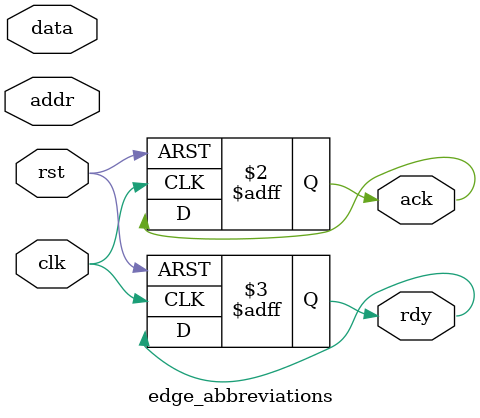
<source format=sv>

module edge_abbreviations (
  input wire clk,      // "clk" abbreviation OK
  input wire rst,      // "rst" abbreviation OK
  input wire [7:0] addr,   // "addr" abbreviation OK
  input wire [31:0] data,  // "data" OK
  output logic ack,        // "ack" abbreviation OK
  output logic rdy         // "rdy" abbreviation OK (3 chars)
);

  logic cfg;  // "cfg" = 3 chars (minimum acceptable)
  logic ena;  // "ena" = 3 chars
  
  always_ff @(posedge clk or posedge rst) begin
    if (rst) begin
      ack <= 1'b0;
      rdy <= 1'b0;
    end
  end

endmodule


</source>
